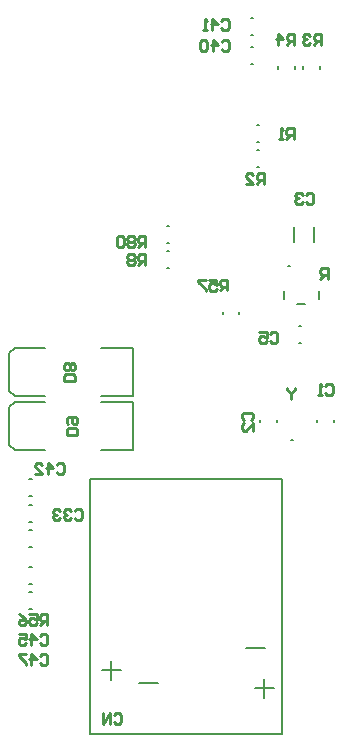
<source format=gbo>
G04*
G04 #@! TF.GenerationSoftware,Altium Limited,Altium Designer,20.0.10 (225)*
G04*
G04 Layer_Color=32896*
%FSLAX25Y25*%
%MOIN*%
G70*
G01*
G75*
%ADD12C,0.00787*%
%ADD13C,0.00600*%
%ADD14C,0.00500*%
%ADD17C,0.01000*%
%ADD83C,0.00781*%
D12*
X95273Y101428D02*
X94485D01*
X95273D01*
X94260Y159239D02*
X93472D01*
X94260D01*
X2413Y115929D02*
X12650D01*
X642Y117701D02*
X2413Y115929D01*
X642Y130299D02*
X2413Y132091D01*
X31350Y132071D02*
X41980D01*
X31350Y115929D02*
X41980D01*
Y132071D01*
X642Y117701D02*
Y130299D01*
X2413Y132071D02*
X12650D01*
X2413Y114071D02*
X12650D01*
X642Y99701D02*
Y112299D01*
X41980Y97929D02*
Y114071D01*
X31350Y97929D02*
X41980D01*
X31350Y114071D02*
X41980D01*
X642Y112299D02*
X2413Y114091D01*
X642Y99701D02*
X2413Y97929D01*
X12650D01*
D13*
X7300Y45200D02*
X8100D01*
X7300Y50800D02*
X8100D01*
X7300Y53544D02*
X8100D01*
X7300Y59144D02*
X8100D01*
X7300Y82700D02*
X8100D01*
X7300Y88300D02*
X8100D01*
X7300Y74200D02*
X8100D01*
X7300Y79800D02*
X8100D01*
X53100Y167200D02*
X53900D01*
X53100Y172800D02*
X53900D01*
X71700Y143400D02*
Y144200D01*
X77300Y143400D02*
Y144200D01*
X7300Y71354D02*
X8100D01*
X7300Y65754D02*
X8100D01*
X53100Y158872D02*
X53900D01*
X53100Y164472D02*
X53900D01*
X89800Y107421D02*
Y108221D01*
X84200Y107421D02*
Y108221D01*
X103200Y107421D02*
Y108221D01*
X108800Y107421D02*
Y108221D01*
X97100Y133821D02*
X97900D01*
X97100Y139421D02*
X97900D01*
X83100Y192493D02*
X83900D01*
X83100Y198093D02*
X83900D01*
X104128Y225100D02*
Y225900D01*
X98528Y225100D02*
Y225900D01*
X90200Y225100D02*
Y225900D01*
X95800Y225100D02*
Y225900D01*
X83100Y200821D02*
X83900D01*
X83100Y206421D02*
X83900D01*
X81100Y236321D02*
X81900D01*
X81100Y241921D02*
X81900D01*
X81100Y232421D02*
X81900D01*
X81100Y226821D02*
X81900D01*
D14*
X27492Y3291D02*
X91508D01*
Y88291D01*
X27492D02*
X91508D01*
X27492Y3291D02*
Y88291D01*
X92291Y148451D02*
Y151049D01*
X96681Y146601D02*
X99319D01*
X103709Y148451D02*
Y151049D01*
X95653Y167484D02*
Y172365D01*
X102347Y167484D02*
Y172365D01*
D17*
X35501Y9700D02*
X36101Y10299D01*
X37301D01*
X37901Y9700D01*
Y7300D01*
X37301Y6701D01*
X36101D01*
X35501Y7300D01*
X34302Y6701D02*
Y10299D01*
X31903Y6701D01*
Y10299D01*
X23299Y103001D02*
X19701D01*
Y104800D01*
X20300Y105400D01*
X22700D01*
X23299Y104800D01*
Y103001D01*
X20300Y106600D02*
X19701Y107200D01*
Y108399D01*
X20300Y108999D01*
X22700D01*
X23299Y108399D01*
Y107200D01*
X22700Y106600D01*
X22100D01*
X21500Y107200D01*
Y108999D01*
X22618Y121001D02*
X19019D01*
Y122800D01*
X19619Y123400D01*
X22018D01*
X22618Y122800D01*
Y121001D01*
X22018Y124600D02*
X22618Y125200D01*
Y126399D01*
X22018Y126999D01*
X21419D01*
X20819Y126399D01*
X20219Y126999D01*
X19619D01*
X19019Y126399D01*
Y125200D01*
X19619Y124600D01*
X20219D01*
X20819Y125200D01*
X21419Y124600D01*
X22018D01*
X20819Y125200D02*
Y126399D01*
X106000Y119321D02*
X106600Y119921D01*
X107799D01*
X108399Y119321D01*
Y116922D01*
X107799Y116322D01*
X106600D01*
X106000Y116922D01*
X104800Y116322D02*
X103601D01*
X104201D01*
Y119921D01*
X104800Y119321D01*
X95700Y118799D02*
Y118200D01*
X94500Y117000D01*
X93300Y118200D01*
Y118799D01*
X94500Y117000D02*
Y115201D01*
X106700Y155201D02*
Y158799D01*
X104900D01*
X104300Y158200D01*
Y157000D01*
X104900Y156400D01*
X106700D01*
X105500D02*
X104300Y155201D01*
X10899Y36101D02*
X11499Y36701D01*
X12699D01*
X13298Y36101D01*
Y33702D01*
X12699Y33102D01*
X11499D01*
X10899Y33702D01*
X7900Y33102D02*
Y36701D01*
X9700Y34901D01*
X7300D01*
X3702Y36701D02*
X6101D01*
Y34901D01*
X4901Y35501D01*
X4301D01*
X3702Y34901D01*
Y33702D01*
X4301Y33102D01*
X5501D01*
X6101Y33702D01*
X45999Y165701D02*
Y169299D01*
X44200D01*
X43600Y168700D01*
Y167500D01*
X44200Y166900D01*
X45999D01*
X44799D02*
X43600Y165701D01*
X42400Y168700D02*
X41800Y169299D01*
X40601D01*
X40001Y168700D01*
Y168100D01*
X40601Y167500D01*
X40001Y166900D01*
Y166300D01*
X40601Y165701D01*
X41800D01*
X42400Y166300D01*
Y166900D01*
X41800Y167500D01*
X42400Y168100D01*
Y168700D01*
X41800Y167500D02*
X40601D01*
X38801Y168700D02*
X38201Y169299D01*
X37002D01*
X36402Y168700D01*
Y166300D01*
X37002Y165701D01*
X38201D01*
X38801Y166300D01*
Y168700D01*
X73319Y151256D02*
X73277Y154855D01*
X71478Y154834D01*
X70885Y154227D01*
X70899Y153028D01*
X71506Y152435D01*
X73305Y152455D01*
X72105Y152442D02*
X70920Y151228D01*
X67280Y154786D02*
X69679Y154813D01*
X69700Y153014D01*
X68493Y153600D01*
X67893Y153593D01*
X67300Y152986D01*
X67314Y151787D01*
X67921Y151194D01*
X69121Y151208D01*
X69713Y151814D01*
X66080Y154772D02*
X63681Y154744D01*
X63688Y154144D01*
X66115Y151773D01*
X66122Y151173D01*
X13298Y39701D02*
Y43299D01*
X11499D01*
X10899Y42700D01*
Y41500D01*
X11499Y40900D01*
X13298D01*
X12099D02*
X10899Y39701D01*
X7300Y43299D02*
X9700D01*
Y41500D01*
X8500Y42100D01*
X7900D01*
X7300Y41500D01*
Y40300D01*
X7900Y39701D01*
X9100D01*
X9700Y40300D01*
X3702Y43299D02*
X4901Y42700D01*
X6101Y41500D01*
Y40300D01*
X5501Y39701D01*
X4301D01*
X3702Y40300D01*
Y40900D01*
X4301Y41500D01*
X6101D01*
X45999Y159701D02*
Y163299D01*
X44200D01*
X43600Y162700D01*
Y161500D01*
X44200Y160900D01*
X45999D01*
X44799D02*
X43600Y159701D01*
X42400Y162700D02*
X41800Y163299D01*
X40601D01*
X40001Y162700D01*
Y162100D01*
X40601Y161500D01*
X40001Y160900D01*
Y160300D01*
X40601Y159701D01*
X41800D01*
X42400Y160300D01*
Y160900D01*
X41800Y161500D01*
X42400Y162100D01*
Y162700D01*
X41800Y161500D02*
X40601D01*
X95499Y233201D02*
Y236799D01*
X93700D01*
X93100Y236200D01*
Y235000D01*
X93700Y234400D01*
X95499D01*
X94299D02*
X93100Y233201D01*
X90101D02*
Y236799D01*
X91900Y235000D01*
X89501D01*
X104499Y233201D02*
Y236799D01*
X102700D01*
X102100Y236200D01*
Y235000D01*
X102700Y234400D01*
X104499D01*
X103299D02*
X102100Y233201D01*
X100900Y236200D02*
X100300Y236799D01*
X99101D01*
X98501Y236200D01*
Y235600D01*
X99101Y235000D01*
X99701D01*
X99101D01*
X98501Y234400D01*
Y233800D01*
X99101Y233201D01*
X100300D01*
X100900Y233800D01*
X85499Y186701D02*
Y190299D01*
X83700D01*
X83100Y189700D01*
Y188500D01*
X83700Y187900D01*
X85499D01*
X84299D02*
X83100Y186701D01*
X79501D02*
X81900D01*
X79501Y189100D01*
Y189700D01*
X80101Y190299D01*
X81300D01*
X81900Y189700D01*
X95399Y201701D02*
Y205299D01*
X93600D01*
X93000Y204700D01*
Y203500D01*
X93600Y202900D01*
X95399D01*
X94200D02*
X93000Y201701D01*
X91800D02*
X90601D01*
X91201D01*
Y205299D01*
X91800Y204700D01*
X10899Y29502D02*
X11499Y30102D01*
X12699D01*
X13298Y29502D01*
Y27103D01*
X12699Y26503D01*
X11499D01*
X10899Y27103D01*
X7900Y26503D02*
Y30102D01*
X9700Y28302D01*
X7300D01*
X6101Y30102D02*
X3702D01*
Y29502D01*
X6101Y27103D01*
Y26503D01*
X16399Y93200D02*
X16999Y93799D01*
X18199D01*
X18798Y93200D01*
Y90800D01*
X18199Y90201D01*
X16999D01*
X16399Y90800D01*
X13400Y90201D02*
Y93799D01*
X15200Y92000D01*
X12800D01*
X9202Y90201D02*
X11601D01*
X9202Y92600D01*
Y93200D01*
X9801Y93799D01*
X11001D01*
X11601Y93200D01*
X71299Y241200D02*
X71899Y241799D01*
X73099D01*
X73699Y241200D01*
Y238800D01*
X73099Y238201D01*
X71899D01*
X71299Y238800D01*
X68300Y238201D02*
Y241799D01*
X70100Y240000D01*
X67701D01*
X66501Y238201D02*
X65301D01*
X65901D01*
Y241799D01*
X66501Y241200D01*
X71399Y234200D02*
X71999Y234799D01*
X73199D01*
X73799Y234200D01*
Y231800D01*
X73199Y231201D01*
X71999D01*
X71399Y231800D01*
X68400Y231201D02*
Y234799D01*
X70200Y233000D01*
X67800D01*
X66601Y234200D02*
X66001Y234799D01*
X64801D01*
X64201Y234200D01*
Y231800D01*
X64801Y231201D01*
X66001D01*
X66601Y231800D01*
Y234200D01*
X22399Y77700D02*
X22999Y78299D01*
X24199D01*
X24798Y77700D01*
Y75300D01*
X24199Y74701D01*
X22999D01*
X22399Y75300D01*
X21200Y77700D02*
X20600Y78299D01*
X19400D01*
X18800Y77700D01*
Y77100D01*
X19400Y76500D01*
X20000D01*
X19400D01*
X18800Y75900D01*
Y75300D01*
X19400Y74701D01*
X20600D01*
X21200Y75300D01*
X17601Y77700D02*
X17001Y78299D01*
X15801D01*
X15202Y77700D01*
Y77100D01*
X15801Y76500D01*
X16401D01*
X15801D01*
X15202Y75900D01*
Y75300D01*
X15801Y74701D01*
X17001D01*
X17601Y75300D01*
X87600Y136700D02*
X88200Y137299D01*
X89399D01*
X89999Y136700D01*
Y134300D01*
X89399Y133701D01*
X88200D01*
X87600Y134300D01*
X84001Y137299D02*
X86400D01*
Y135500D01*
X85201Y136100D01*
X84601D01*
X84001Y135500D01*
Y134300D01*
X84601Y133701D01*
X85800D01*
X86400Y134300D01*
X99600Y183200D02*
X100200Y183799D01*
X101399D01*
X101999Y183200D01*
Y180800D01*
X101399Y180201D01*
X100200D01*
X99600Y180800D01*
X98400Y183200D02*
X97800Y183799D01*
X96601D01*
X96001Y183200D01*
Y182600D01*
X96601Y182000D01*
X97201D01*
X96601D01*
X96001Y181400D01*
Y180800D01*
X96601Y180201D01*
X97800D01*
X98400Y180800D01*
X78800Y108100D02*
X78201Y108700D01*
Y109899D01*
X78800Y110499D01*
X81200D01*
X81799Y109899D01*
Y108700D01*
X81200Y108100D01*
X81799Y104501D02*
Y106900D01*
X79400Y104501D01*
X78800D01*
X78201Y105101D01*
Y106300D01*
X78800Y106900D01*
D83*
X85663Y15465D02*
Y21791D01*
X82500Y18628D02*
X88826D01*
X79500Y32128D02*
X85826D01*
X43962Y20556D02*
X50288D01*
X34663Y21465D02*
Y27791D01*
X31500Y24628D02*
X37826D01*
M02*

</source>
